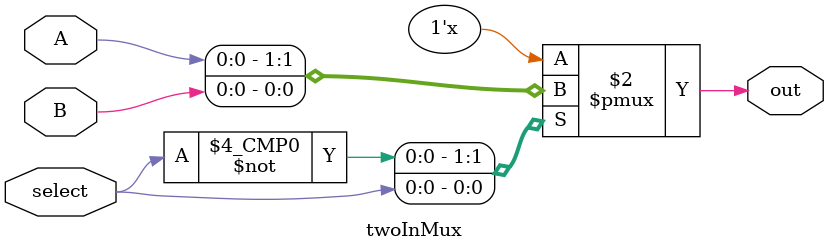
<source format=sv>
`timescale 1ns / 1ps


module twoInMux(
        input select,
        input A,
        input B,
        output logic out
    );
    
    always_comb begin
        case(select)
        1'b0 : out = A;
        1'b1 : out = B;
        default : out = out;
        endcase
     end
endmodule

</source>
